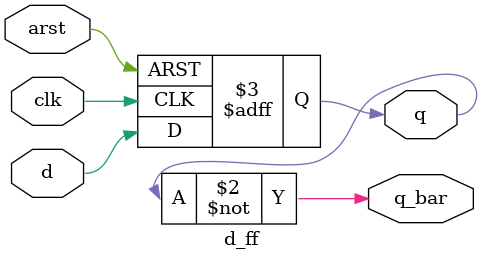
<source format=v>
`timescale 1ns / 1ps

module d_ff(
 input clk,
 input arst,
 input d,
 output reg q,
 output  q_bar
    );
    
    always @(posedge clk or posedge arst)
     begin
       if(arst)
          q <= 0;
       else
          q <= d;
     end
     
     assign q_bar = ~q;
     
endmodule

</source>
